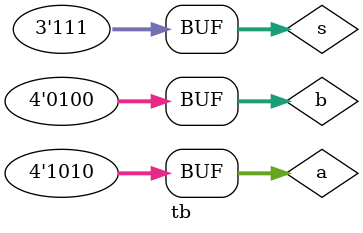
<source format=v>
module ALU(input [3:0]a,b,input [2:0] select, output reg [4:0] out);

    always@(a or b or select) //siempre que haya un cambio a b o select se realiza
        case(select)
        3'b000: out = a;
        3'b001: out = a+b;
        3'b010: out= a-b;
        3'b011: out = a/b;
        3'b100: out = a%b;
        3'b101: out = a <<1;
        3'b110: out = a>>1;
        3'b111: out = (a>b);
        endcase
endmodule

module tb();

    reg[3:0] a,b;
    reg[2:0] s;

    wire [4:0] out;
     
    ALU alu(a,b,s,out);

    initial begin
        $display("   a |   b  |  s  | out");
        $monitor("%b | %b | %b | %b",a,b,s,out);
        a=4'b0; b=4'b0; s=3'b0;
        #1 a =4'd1;
        #1 b=4'd1;
        #1 a=4'd10;
        #1 s =3'd1;
        #1 s=3'd2;
        #1 b=4'd2; s=3'd3;
        #1 b=4'd4; s=3'd4;
        #1 s=3'd5;
        #1 s=3'd6;
        #1 s=3'd7;
    end


endmodule
</source>
